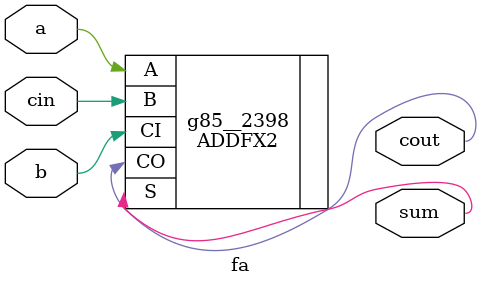
<source format=v>


// Verification Directory fv/fa 

module fa(sum, cout, a, b, cin);
  input a, b, cin;
  output sum, cout;
  wire a, b, cin;
  wire sum, cout;
  ADDFX2 g85__2398(.A (a), .B (cin), .CI (b), .CO (cout), .S (sum));
endmodule


</source>
